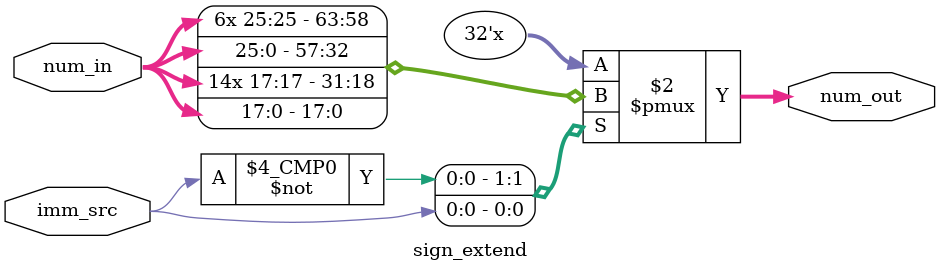
<source format=sv>
module sign_extend(input logic [25:0] num_in,
							input logic imm_src,
							output logic [31:0] num_out);

	always_comb
		case(imm_src)
		
			// 27-bit unsigned immediate
			1'b0: num_out = {{6{num_in[25]}}, num_in[25:0]};
			
			// 17-bit unsigned immediate
			1'b1: num_out = {{14{num_in[17]}}, num_in[17:0]};
			
			default: num_out = 32'bx; // undefined
		endcase
	
endmodule
</source>
